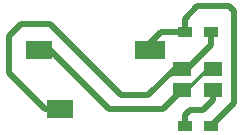
<source format=gbr>
G04 #@! TF.FileFunction,Copper,L1,Top,Signal*
%FSLAX46Y46*%
G04 Gerber Fmt 4.6, Leading zero omitted, Abs format (unit mm)*
G04 Created by KiCad (PCBNEW (after 2015-may-01 BZR unknown)-product) date 2015/08/08 23:04:21*
%MOMM*%
G01*
G04 APERTURE LIST*
%ADD10C,0.100000*%
%ADD11R,1.200000X0.900000*%
%ADD12R,1.600000X1.200000*%
%ADD13R,2.200000X1.500000*%
%ADD14R,2.200000X1.600000*%
%ADD15R,2.500000X1.500000*%
%ADD16C,0.500000*%
%ADD17C,0.300000*%
G04 APERTURE END LIST*
D10*
D11*
X30804940Y-179865020D03*
X33004940Y-179865020D03*
X33004940Y-187866020D03*
X30804940Y-187866020D03*
D12*
X30604940Y-184773140D03*
X33204940Y-184773140D03*
X33204940Y-182973140D03*
X30604940Y-182973140D03*
D13*
X20270040Y-186357900D03*
D14*
X18470040Y-181357900D03*
D15*
X27870040Y-181357900D03*
D16*
X28765500Y-179865020D02*
X30804940Y-179865020D01*
X27870040Y-180760480D02*
X28765500Y-179865020D01*
X27870040Y-181357900D02*
X27870040Y-180760480D01*
X30804940Y-178755220D02*
X31874460Y-177685700D01*
X31874460Y-177685700D02*
X34541460Y-177685700D01*
X34541460Y-177685700D02*
X34983420Y-178127660D01*
X34983420Y-178127660D02*
X34983420Y-185887540D01*
X34983420Y-185887540D02*
X33004940Y-187866020D01*
X30804940Y-179865020D02*
X30804940Y-178755220D01*
X31006620Y-182973140D02*
X30604940Y-182973140D01*
X33004940Y-180974820D02*
X31006620Y-182973140D01*
X33004940Y-179865020D02*
X33004940Y-180974820D01*
X30604940Y-182973140D02*
X29955060Y-182973140D01*
X15908020Y-183324500D02*
X18941420Y-186357900D01*
X18941420Y-186357900D02*
X20270040Y-186357900D01*
X29955060Y-182973140D02*
X27693620Y-185234580D01*
X15908020Y-180215540D02*
X15908020Y-182877460D01*
X16924020Y-179199540D02*
X15908020Y-180215540D01*
X19403060Y-179199540D02*
X16924020Y-179199540D01*
X25438100Y-185234580D02*
X19403060Y-179199540D01*
X27693620Y-185234580D02*
X25438100Y-185234580D01*
X15908020Y-182877460D02*
X15908020Y-183324500D01*
X33204940Y-185644000D02*
X32377380Y-186471560D01*
X32377380Y-186471560D02*
X31236920Y-186471560D01*
X31236920Y-186471560D02*
X30804940Y-186903540D01*
X30804940Y-186903540D02*
X30804940Y-187866020D01*
X33204940Y-184773140D02*
X33204940Y-185644000D01*
X31007480Y-184773140D02*
X30604940Y-184773140D01*
D17*
X32807480Y-182973140D02*
X31007480Y-184773140D01*
D16*
X33204940Y-182973140D02*
X32807480Y-182973140D01*
X19392260Y-181357900D02*
X18470040Y-181357900D01*
X24462740Y-186392820D02*
X28985260Y-186392820D01*
X30604940Y-184773140D02*
X28985260Y-186392820D01*
X24427180Y-186392820D02*
X19392260Y-181357900D01*
X24462740Y-186392820D02*
X24427180Y-186392820D01*
M02*

</source>
